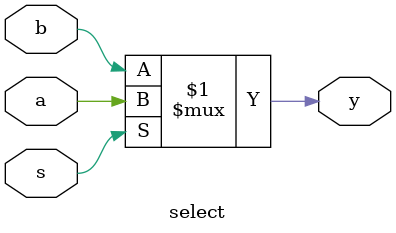
<source format=v>

module select(a, b, s, y);

    input a, b, s;
    output y;
    assign y = (s ? a : b);

endmodule
</source>
